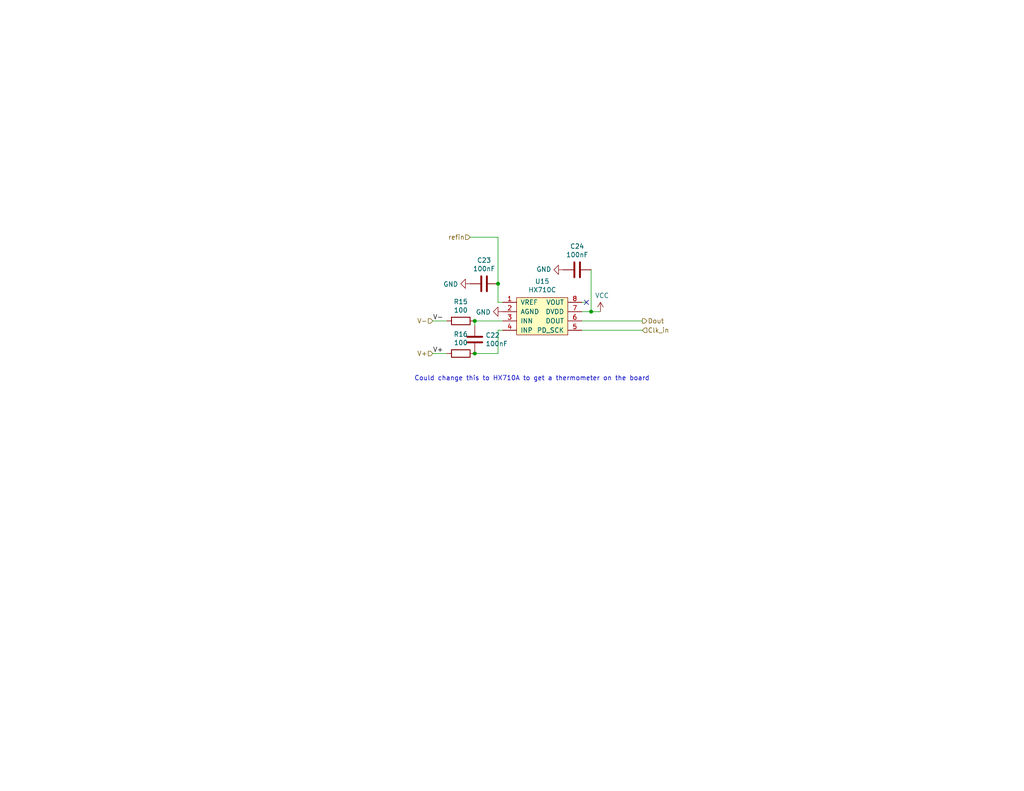
<source format=kicad_sch>
(kicad_sch (version 20230121) (generator eeschema)
  (paper "USLetter")
  (title_block (date "2023-08-21") (rev "9") (company "Boulder, CO 80305") (comment 1 "325 Broadway") (comment 2 "NIST") (comment 3 "Sae Woo Nam"))
  (lib_symbols
    (symbol "0JLC-6:10" (pin_numbers hide) (pin_names (offset 0))
      (property "Reference" "R" (at 2.032 0 90))
      (property "Value" "10" (at 0 0 90))
      (symbol "10_0_1"
        (rectangle (start -1.016 -2.54) (end 1.016 2.54) (stroke (width 0.254)))
      )
      (symbol "10_1_1"
        (pin passive line (at 0 3.81 270) (length 1.27) (name "~") (number "1"))
        (pin passive line (at 0 -3.81 90) (length 1.27) (name "~") (number "2"))
      )
    )
    (symbol "0JLC-6:HX710C" (pin_names (offset 1.016))
      (property "Reference" "U" (at 0 1.27 0))
      (property "Value" "HX710C" (at 0 3.81 0))
      (symbol "HX710C_0_1"
        (rectangle (start -7.62 0) (end 6.35 -10.16) (fill (type background)))
      )
      (symbol "HX710C_1_1"
        (pin passive line (at -11.43 -1.27 0) (length 3.81) (name "VREF") (number "1"))
        (pin passive line (at -11.43 -3.81 0) (length 3.81) (name "AGND") (number "2"))
        (pin passive line (at -11.43 -6.35 0) (length 3.81) (name "INN") (number "3"))
        (pin passive line (at -11.43 -8.89 0) (length 3.81) (name "INP") (number "4"))
        (pin passive line (at 10.16 -8.89 180) (length 3.81) (name "PD_SCK") (number "5"))
        (pin passive line (at 10.16 -6.35 180) (length 3.81) (name "DOUT") (number "6"))
        (pin passive line (at 10.16 -3.81 180) (length 3.81) (name "DVDD") (number "7"))
        (pin passive line (at 10.16 -1.27 180) (length 3.81) (name "VOUT") (number "8"))
      )
    )
    (symbol "0JLC-7:100nF" (pin_numbers hide) (pin_names (offset 0.254))
      (property "Reference" "C8" (at -3.81 -1.2701 0))
      (property "Value" "100nF" (at -3.81 1.2699 0))
      (symbol "100nF_0_1"
        (polyline (pts (xy -2.032 -0.762) (xy 2.032 -0.762)) (stroke (width 0.508)))
        (polyline (pts (xy -2.032 0.762) (xy 2.032 0.762)) (stroke (width 0.508)))
      )
      (symbol "100nF_1_1"
        (pin passive line (at 0 3.81 270) (length 2.794) (name "~") (number "1"))
        (pin passive line (at 0 -3.81 90) (length 2.794) (name "~") (number "2"))
      )
    )
    (symbol "power:GND" (power) (pin_names (offset 0))
      (property "Value" "GND" (at 0 -3.81 0))
      (symbol "GND_0_1"
        (polyline (pts (xy 0 0) (xy 0 -1.27) (xy 1.27 -1.27) (xy 0 -2.54) (xy -1.27 -1.27) (xy 0 -1.27)))
      )
      (symbol "GND_1_1"
        (pin power_in line (at 0 0 270) (length 0) hide (name "GND") (number "1"))
      )
    )
    (symbol "power:VCC" (power) (pin_names (offset 0))
      (property "Value" "VCC" (at 0 3.81 0))
      (symbol "VCC_0_1"
        (polyline (pts (xy -0.762 1.27) (xy 0 2.54)))
        (polyline (pts (xy 0 0) (xy 0 2.54)))
        (polyline (pts (xy 0 2.54) (xy 0.762 1.27)))
      )
      (symbol "VCC_1_1"
        (pin power_in line (at 0 0 90) (length 0) hide (name "VCC") (number "1"))
      )
    )
  )
  (junction (at 135.89 77.47))
  (junction (at 161.29 85.09))
  (junction (at 129.54 87.63))
  (junction (at 129.54 96.52))
  (no_connect (at 160.02 82.55))
  (wire (pts (xy 158.75 87.63) (xy 175.26 87.63)))
  (wire (pts (xy 161.29 85.09) (xy 163.83 85.09)))
  (wire (pts (xy 135.89 64.77) (xy 135.89 77.47)))
  (wire (pts (xy 135.89 77.47) (xy 135.89 82.55)))
  (wire (pts (xy 135.89 82.55) (xy 137.16 82.55)))
  (wire (pts (xy 121.92 87.63) (xy 118.11 87.63)))
  (wire (pts (xy 135.89 96.52) (xy 135.89 90.17)))
  (wire (pts (xy 158.75 90.17) (xy 175.26 90.17)))
  (wire (pts (xy 128.27 64.77) (xy 135.89 64.77)))
  (wire (pts (xy 158.75 82.55) (xy 160.02 82.55)))
  (wire (pts (xy 129.54 96.52) (xy 135.89 96.52)))
  (wire (pts (xy 161.29 73.66) (xy 161.29 85.09)))
  (wire (pts (xy 135.89 90.17) (xy 137.16 90.17)))
  (wire (pts (xy 121.92 96.52) (xy 118.11 96.52)))
  (wire (pts (xy 158.75 85.09) (xy 161.29 85.09)))
  (wire (pts (xy 137.16 87.63) (xy 129.54 87.63)))
  (wire (pts (xy 129.54 87.63) (xy 129.54 88.9)))
  (text "Could change this to HX710A to get a thermometer on the board" (at 113.03 104.14 0) (effects (font (size 1.27 1.27)) (justify left bottom)))
  (label "V+" (at 118.11 96.52 0))
  (label "V-" (at 118.11 87.63 0))
  (hierarchical_label "refin" (shape input) (at 128.27 64.77 180))
  (hierarchical_label "V+" (shape input) (at 118.11 96.52 180))
  (hierarchical_label "Clk_in" (shape input) (at 175.26 90.17 0))
  (hierarchical_label "V-" (shape input) (at 118.11 87.63 180))
  (hierarchical_label "Dout" (shape output) (at 175.26 87.63 0))
  (symbol (lib_id "0JLC-6:HX710C") (at 148.59 81.28 0) (unit 1)
    (property "Reference" "U15" (at 147.955 76.835 0))
    (property "Value" "HX710C" (at 147.955 79.1464 0))
    (property "Footprint" "Package_SO:SOP-8_3.9x4.9mm_P1.27mm" (effects hide))
    (property "Datasheet" "http://www.image.micros.com.pl/_dane_techniczne_auto/uphx710c%20smd.pdf" (effects hide))
    (property "LCSC" "C124156" (effects hide))
    (property "MPN" "HX710C" (effects hide))
    (property "JLCPCB Rotation Offset" "-90" (effects hide))
    (instances (project "sq_lockin_v9" (path "" (reference "U15") (unit 1)) (path "" (reference "U16") (unit 1))))
  )
  (symbol (lib_id "power:GND") (at 137.16 85.09 270) (unit 1)
    (property "Reference" "#PWR051" (effects hide))
    (property "Value" "GND" (at 133.9088 85.217 90) (effects (justify right)))
    (instances (project "sq_lockin_v9" (path "" (reference "#PWR051") (unit 1)) (path "" (reference "#PWR055") (unit 1))))
  )
  (symbol (lib_id "0JLC-7:100nF") (at 129.54 92.71 180) (unit 1)
    (property "Reference" "C22" (at 132.461 91.5416 0) (effects (justify right)))
    (property "Value" "100nF" (at 132.461 93.853 0) (effects (justify right)))
    (property "Footprint" "Capacitor_SMD:C_0603_1608Metric_Pad1.08x0.95mm_HandSolder" (effects hide))
    (property "LCSC" "C14663" (effects hide))
    (property "MPN" "CC0603KRX7R9BB104" (effects hide))
    (instances (project "sq_lockin_v9" (path "" (reference "C22") (unit 1)) (path "" (reference "C25") (unit 1))))
  )
  (symbol (lib_id "0JLC-6:10") (at 125.73 87.63 270) (unit 1)
    (property "Reference" "R15" (at 125.73 82.3722 90))
    (property "Value" "100" (at 125.73 84.6836 90))
    (property "Footprint" "Resistor_SMD:R_0603_1608Metric_Pad0.98x0.95mm_HandSolder" (effects hide))
    (property "LCSC" "C22775" (effects hide))
    (property "MPN" "0603WAF1000T5E" (effects hide))
    (instances (project "sq_lockin_v9" (path "" (reference "R15") (unit 1)) (path "" (reference "R17") (unit 1))))
  )
  (symbol (lib_id "0JLC-6:10") (at 125.73 96.52 270) (unit 1)
    (property "Reference" "R16" (at 125.73 91.2622 90))
    (property "Value" "100" (at 125.73 93.5736 90))
    (property "Footprint" "Resistor_SMD:R_0603_1608Metric_Pad0.98x0.95mm_HandSolder" (effects hide))
    (property "LCSC" "C22775" (effects hide))
    (property "MPN" "0603WAF1000T5E" (effects hide))
    (instances (project "sq_lockin_v9" (path "" (reference "R16") (unit 1)) (path "" (reference "R18") (unit 1))))
  )
  (symbol (lib_id "0JLC-7:100nF") (at 132.08 77.47 270) (unit 1)
    (property "Reference" "C23" (at 132.08 71.0692 90))
    (property "Value" "100nF" (at 132.08 73.3806 90))
    (property "Footprint" "Capacitor_SMD:C_0603_1608Metric_Pad1.08x0.95mm_HandSolder" (effects hide))
    (property "LCSC" "C14663" (effects hide))
    (property "MPN" "CC0603KRX7R9BB104" (effects hide))
    (instances (project "sq_lockin_v9" (path "" (reference "C23") (unit 1)) (path "" (reference "C26") (unit 1))))
  )
  (symbol (lib_id "power:GND") (at 128.27 77.47 270) (unit 1)
    (property "Reference" "#PWR050" (effects hide))
    (property "Value" "GND" (at 125.0188 77.597 90) (effects (justify right)))
    (instances (project "sq_lockin_v9" (path "" (reference "#PWR050") (unit 1)) (path "" (reference "#PWR054") (unit 1))))
  )
  (symbol (lib_id "0JLC-7:100nF") (at 157.48 73.66 90) (mirror x) (unit 1)
    (property "Reference" "C24" (at 157.48 67.2592 90))
    (property "Value" "100nF" (at 157.48 69.5706 90))
    (property "Footprint" "Capacitor_SMD:C_0603_1608Metric_Pad1.08x0.95mm_HandSolder" (effects hide))
    (property "LCSC" "C14663" (effects hide))
    (property "MPN" "CC0603KRX7R9BB104" (effects hide))
    (instances (project "sq_lockin_v9" (path "" (reference "C24") (unit 1)) (path "" (reference "C27") (unit 1))))
  )
  (symbol (lib_id "power:GND") (at 153.67 73.66 270) (mirror x) (unit 1)
    (property "Reference" "#PWR052" (effects hide))
    (property "Value" "GND" (at 150.4188 73.533 90) (effects (justify right)))
    (instances (project "sq_lockin_v9" (path "" (reference "#PWR052") (unit 1)) (path "" (reference "#PWR056") (unit 1))))
  )
  (symbol (lib_id "power:VCC") (at 163.83 85.09 0) (unit 1)
    (property "Reference" "#PWR053" (effects hide))
    (property "Value" "VCC" (at 164.2618 80.6958 0))
    (instances (project "sq_lockin_v9" (path "" (reference "#PWR053") (unit 1)) (path "" (reference "#PWR057") (unit 1))))
  )
)
</source>
